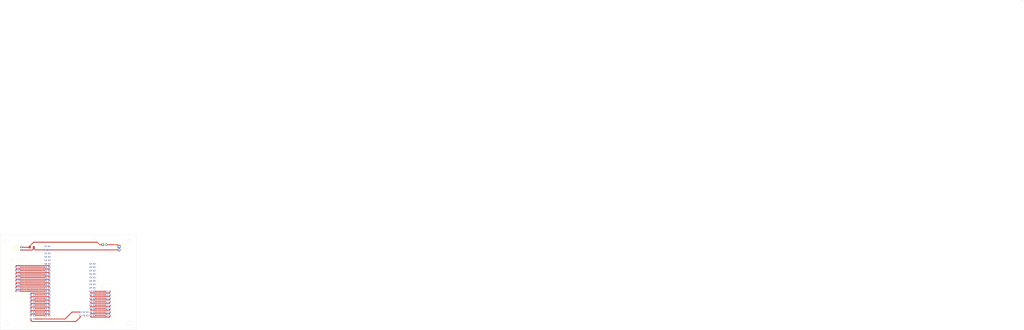
<source format=kicad_pcb>
(kicad_pcb (version 20171130) (host pcbnew "(5.1.5-0-10_14)")

  (general
    (thickness 1.6002)
    (drawings 11)
    (tracks 187)
    (zones 0)
    (modules 8)
    (nets 81)
  )

  (page A3)
  (title_block
    (rev 1)
  )

  (layers
    (0 Front signal)
    (31 Back signal)
    (34 B.Paste user)
    (35 F.Paste user)
    (36 B.SilkS user)
    (37 F.SilkS user)
    (38 B.Mask user)
    (39 F.Mask user)
    (44 Edge.Cuts user)
    (45 Margin user)
    (46 B.CrtYd user)
    (47 F.CrtYd user)
    (49 F.Fab user)
  )

  (setup
    (last_trace_width 0.6)
    (user_trace_width 0.1)
    (user_trace_width 0.2)
    (user_trace_width 0.5)
    (user_trace_width 0.6)
    (user_trace_width 0.8)
    (user_trace_width 1)
    (user_trace_width 1.5)
    (trace_clearance 0.25)
    (zone_clearance 0.508)
    (zone_45_only no)
    (trace_min 0.1)
    (via_size 0.8)
    (via_drill 0.4)
    (via_min_size 0.45)
    (via_min_drill 0.2)
    (user_via 0.45 0.2)
    (user_via 0.8 0.4)
    (uvia_size 0.8)
    (uvia_drill 0.4)
    (uvias_allowed no)
    (uvia_min_size 0)
    (uvia_min_drill 0)
    (edge_width 0.1)
    (segment_width 0.1)
    (pcb_text_width 0.3)
    (pcb_text_size 1.5 1.5)
    (mod_edge_width 0.1)
    (mod_text_size 0.8 0.8)
    (mod_text_width 0.1)
    (pad_size 1.6 1)
    (pad_drill 0.8)
    (pad_to_mask_clearance 0)
    (solder_mask_min_width 0.1)
    (aux_axis_origin 100 100)
    (grid_origin 100 100)
    (visible_elements FFFDFFFF)
    (pcbplotparams
      (layerselection 0x00000_ffffffff)
      (usegerberextensions true)
      (usegerberattributes false)
      (usegerberadvancedattributes false)
      (creategerberjobfile false)
      (excludeedgelayer true)
      (linewidth 0.152400)
      (plotframeref false)
      (viasonmask false)
      (mode 1)
      (useauxorigin false)
      (hpglpennumber 1)
      (hpglpenspeed 20)
      (hpglpendiameter 15.000000)
      (psnegative false)
      (psa4output false)
      (plotreference true)
      (plotvalue true)
      (plotinvisibletext false)
      (padsonsilk false)
      (subtractmaskfromsilk false)
      (outputformat 1)
      (mirror false)
      (drillshape 0)
      (scaleselection 1)
      (outputdirectory "noorigin/"))
  )

  (net 0 "")
  (net 1 +5V)
  (net 2 GND)
  (net 3 "Net-(J6-Pad15)")
  (net 4 "Net-(J6-Pad16)")
  (net 5 "Net-(J6-Pad13)")
  (net 6 "Net-(J6-Pad14)")
  (net 7 "Net-(J6-Pad11)")
  (net 8 "Net-(J6-Pad12)")
  (net 9 "Net-(J6-Pad9)")
  (net 10 "Net-(J6-Pad10)")
  (net 11 "Net-(J6-Pad7)")
  (net 12 "Net-(J6-Pad8)")
  (net 13 "Net-(J6-Pad5)")
  (net 14 "Net-(J6-Pad6)")
  (net 15 "Net-(J6-Pad3)")
  (net 16 "Net-(J6-Pad4)")
  (net 17 "Net-(J6-Pad1)")
  (net 18 "Net-(J6-Pad2)")
  (net 19 "Net-(J7-Pad2)")
  (net 20 "Net-(J7-Pad1)")
  (net 21 "Net-(J7-Pad4)")
  (net 22 "Net-(J7-Pad3)")
  (net 23 "Net-(J7-Pad6)")
  (net 24 "Net-(J7-Pad5)")
  (net 25 "Net-(J7-Pad8)")
  (net 26 "Net-(J7-Pad7)")
  (net 27 "Net-(J7-Pad10)")
  (net 28 "Net-(J7-Pad9)")
  (net 29 "Net-(J7-Pad12)")
  (net 30 "Net-(J7-Pad11)")
  (net 31 "Net-(J7-Pad14)")
  (net 32 "Net-(J7-Pad13)")
  (net 33 "Net-(J7-Pad16)")
  (net 34 "Net-(J7-Pad15)")
  (net 35 "Net-(J8-Pad15)")
  (net 36 "Net-(J8-Pad16)")
  (net 37 "Net-(J8-Pad13)")
  (net 38 "Net-(J8-Pad14)")
  (net 39 "Net-(J8-Pad11)")
  (net 40 "Net-(J8-Pad12)")
  (net 41 "Net-(J8-Pad9)")
  (net 42 "Net-(J8-Pad10)")
  (net 43 "Net-(J8-Pad7)")
  (net 44 "Net-(J8-Pad8)")
  (net 45 "Net-(J8-Pad5)")
  (net 46 "Net-(J8-Pad6)")
  (net 47 "Net-(J8-Pad3)")
  (net 48 "Net-(J8-Pad4)")
  (net 49 "Net-(J8-Pad1)")
  (net 50 "Net-(J8-Pad2)")
  (net 51 "Net-(J9-Pad1)")
  (net 52 "Net-(JP1-Pad1)")
  (net 53 "Net-(U1-PadVIN@2)")
  (net 54 "Net-(U1-PadVCC_5V@2)")
  (net 55 "Net-(U1-PadRST@1)")
  (net 56 "Net-(U1-PadAREF)")
  (net 57 "Net-(U1-PadTX@1)")
  (net 58 "Net-(U1-PadRX@1)")
  (net 59 "Net-(U1-PadA14)")
  (net 60 "Net-(U1-PadA13)")
  (net 61 "Net-(U1-PadA12)")
  (net 62 "Net-(U1-PadA11)")
  (net 63 "Net-(U1-PadA10)")
  (net 64 "Net-(U1-PadA9)")
  (net 65 "Net-(U1-PadA8)")
  (net 66 "Net-(U1-PadA7)")
  (net 67 "Net-(U1-PadA6)")
  (net 68 "Net-(U1-PadA5)")
  (net 69 "Net-(U1-PadA4)")
  (net 70 "Net-(U1-PadA3)")
  (net 71 "Net-(U1-PadA2)")
  (net 72 "Net-(U1-PadA1)")
  (net 73 "Net-(U1-PadA0)")
  (net 74 "Net-(U1-PadD50)")
  (net 75 "Net-(U1-PadD51)")
  (net 76 "Net-(U1-PadVCC_3V@1)")
  (net 77 "Net-(U1-PadVCC_3V@2)")
  (net 78 "Net-(J1-Pad1)")
  (net 79 "Net-(U1-PadD48)")
  (net 80 "Net-(U1-PadD49)")

  (net_class Default "This is the default net class."
    (clearance 0.25)
    (trace_width 0.25)
    (via_dia 0.8)
    (via_drill 0.4)
    (uvia_dia 0.8)
    (uvia_drill 0.4)
    (diff_pair_width 0.25)
    (diff_pair_gap 0.25)
    (add_net "Net-(U1-PadD48)")
    (add_net "Net-(U1-PadD49)")
  )

  (net_class CNC ""
    (clearance 0.4)
    (trace_width 0.25)
    (via_dia 0.8)
    (via_drill 0.4)
    (uvia_dia 0.8)
    (uvia_drill 0.4)
    (diff_pair_width 0.25)
    (diff_pair_gap 0.25)
    (add_net +5V)
    (add_net GND)
    (add_net "Net-(J1-Pad1)")
    (add_net "Net-(J6-Pad1)")
    (add_net "Net-(J6-Pad10)")
    (add_net "Net-(J6-Pad11)")
    (add_net "Net-(J6-Pad12)")
    (add_net "Net-(J6-Pad13)")
    (add_net "Net-(J6-Pad14)")
    (add_net "Net-(J6-Pad15)")
    (add_net "Net-(J6-Pad16)")
    (add_net "Net-(J6-Pad2)")
    (add_net "Net-(J6-Pad3)")
    (add_net "Net-(J6-Pad4)")
    (add_net "Net-(J6-Pad5)")
    (add_net "Net-(J6-Pad6)")
    (add_net "Net-(J6-Pad7)")
    (add_net "Net-(J6-Pad8)")
    (add_net "Net-(J6-Pad9)")
    (add_net "Net-(J7-Pad1)")
    (add_net "Net-(J7-Pad10)")
    (add_net "Net-(J7-Pad11)")
    (add_net "Net-(J7-Pad12)")
    (add_net "Net-(J7-Pad13)")
    (add_net "Net-(J7-Pad14)")
    (add_net "Net-(J7-Pad15)")
    (add_net "Net-(J7-Pad16)")
    (add_net "Net-(J7-Pad2)")
    (add_net "Net-(J7-Pad3)")
    (add_net "Net-(J7-Pad4)")
    (add_net "Net-(J7-Pad5)")
    (add_net "Net-(J7-Pad6)")
    (add_net "Net-(J7-Pad7)")
    (add_net "Net-(J7-Pad8)")
    (add_net "Net-(J7-Pad9)")
    (add_net "Net-(J8-Pad1)")
    (add_net "Net-(J8-Pad10)")
    (add_net "Net-(J8-Pad11)")
    (add_net "Net-(J8-Pad12)")
    (add_net "Net-(J8-Pad13)")
    (add_net "Net-(J8-Pad14)")
    (add_net "Net-(J8-Pad15)")
    (add_net "Net-(J8-Pad16)")
    (add_net "Net-(J8-Pad2)")
    (add_net "Net-(J8-Pad3)")
    (add_net "Net-(J8-Pad4)")
    (add_net "Net-(J8-Pad5)")
    (add_net "Net-(J8-Pad6)")
    (add_net "Net-(J8-Pad7)")
    (add_net "Net-(J8-Pad8)")
    (add_net "Net-(J8-Pad9)")
    (add_net "Net-(J9-Pad1)")
    (add_net "Net-(JP1-Pad1)")
    (add_net "Net-(U1-PadA0)")
    (add_net "Net-(U1-PadA1)")
    (add_net "Net-(U1-PadA10)")
    (add_net "Net-(U1-PadA11)")
    (add_net "Net-(U1-PadA12)")
    (add_net "Net-(U1-PadA13)")
    (add_net "Net-(U1-PadA14)")
    (add_net "Net-(U1-PadA2)")
    (add_net "Net-(U1-PadA3)")
    (add_net "Net-(U1-PadA4)")
    (add_net "Net-(U1-PadA5)")
    (add_net "Net-(U1-PadA6)")
    (add_net "Net-(U1-PadA7)")
    (add_net "Net-(U1-PadA8)")
    (add_net "Net-(U1-PadA9)")
    (add_net "Net-(U1-PadAREF)")
    (add_net "Net-(U1-PadD50)")
    (add_net "Net-(U1-PadD51)")
    (add_net "Net-(U1-PadRST@1)")
    (add_net "Net-(U1-PadRX@1)")
    (add_net "Net-(U1-PadTX@1)")
    (add_net "Net-(U1-PadVCC_3V@1)")
    (add_net "Net-(U1-PadVCC_3V@2)")
    (add_net "Net-(U1-PadVCC_5V@2)")
    (add_net "Net-(U1-PadVIN@2)")
  )

  (net_class Min ""
    (clearance 0.1)
    (trace_width 0.1)
    (via_dia 0.45)
    (via_drill 0.2)
    (uvia_dia 0.45)
    (uvia_drill 0.2)
    (diff_pair_width 0.12)
    (diff_pair_gap 0.12)
  )

  (module Connector_IDC:IDC-Header_2x08_P2.54mm_Vertical (layer Front) (tedit 59DE0341) (tstamp 5EC168C8)
    (at 178 71.67)
    (descr "Through hole straight IDC box header, 2x08, 2.54mm pitch, double rows")
    (tags "Through hole IDC box header THT 2x08 2.54mm double row")
    (path /60269EFA)
    (fp_text reference J8 (at 0.889 -4.445) (layer F.SilkS) hide
      (effects (font (size 1 1) (thickness 0.15)))
    )
    (fp_text value Conn_01x16 (at 1.27 24.384) (layer F.Fab)
      (effects (font (size 1 1) (thickness 0.15)))
    )
    (fp_line (start -3.655 -5.6) (end -1.115 -5.6) (layer F.SilkS) (width 0.12))
    (fp_line (start -3.655 -5.6) (end -3.655 -3.06) (layer F.SilkS) (width 0.12))
    (fp_line (start -3.405 -5.35) (end 5.945 -5.35) (layer F.SilkS) (width 0.12))
    (fp_line (start -3.405 23.13) (end -3.405 -5.35) (layer F.SilkS) (width 0.12))
    (fp_line (start 5.945 23.13) (end -3.405 23.13) (layer F.SilkS) (width 0.12))
    (fp_line (start 5.945 -5.35) (end 5.945 23.13) (layer F.SilkS) (width 0.12))
    (fp_line (start -3.41 -5.35) (end 5.95 -5.35) (layer F.CrtYd) (width 0.05))
    (fp_line (start -3.41 23.13) (end -3.41 -5.35) (layer F.CrtYd) (width 0.05))
    (fp_line (start 5.95 23.13) (end -3.41 23.13) (layer F.CrtYd) (width 0.05))
    (fp_line (start 5.95 -5.35) (end 5.95 23.13) (layer F.CrtYd) (width 0.05))
    (fp_line (start -3.155 22.88) (end -2.605 22.32) (layer F.Fab) (width 0.1))
    (fp_line (start -3.155 -5.1) (end -2.605 -4.56) (layer F.Fab) (width 0.1))
    (fp_line (start 5.695 22.88) (end 5.145 22.32) (layer F.Fab) (width 0.1))
    (fp_line (start 5.695 -5.1) (end 5.145 -4.56) (layer F.Fab) (width 0.1))
    (fp_line (start 5.145 22.32) (end -2.605 22.32) (layer F.Fab) (width 0.1))
    (fp_line (start 5.695 22.88) (end -3.155 22.88) (layer F.Fab) (width 0.1))
    (fp_line (start 5.145 -4.56) (end -2.605 -4.56) (layer F.Fab) (width 0.1))
    (fp_line (start 5.695 -5.1) (end -3.155 -5.1) (layer F.Fab) (width 0.1))
    (fp_line (start -2.605 11.14) (end -3.155 11.14) (layer F.Fab) (width 0.1))
    (fp_line (start -2.605 6.64) (end -3.155 6.64) (layer F.Fab) (width 0.1))
    (fp_line (start -2.605 11.14) (end -2.605 22.32) (layer F.Fab) (width 0.1))
    (fp_line (start -2.605 -4.56) (end -2.605 6.64) (layer F.Fab) (width 0.1))
    (fp_line (start -3.155 -5.1) (end -3.155 22.88) (layer F.Fab) (width 0.1))
    (fp_line (start 5.145 -4.56) (end 5.145 22.32) (layer F.Fab) (width 0.1))
    (fp_line (start 5.695 -5.1) (end 5.695 22.88) (layer F.Fab) (width 0.1))
    (fp_text user %R (at 1.27 8.89) (layer F.Fab)
      (effects (font (size 1 1) (thickness 0.15)))
    )
    (pad 16 thru_hole oval (at 2.54 17.78) (size 1.6 1) (drill 0.8) (layers *.Cu *.Mask)
      (net 36 "Net-(J8-Pad16)"))
    (pad 15 thru_hole oval (at 0 17.78) (size 1.6 1) (drill 0.8) (layers *.Cu *.Mask)
      (net 35 "Net-(J8-Pad15)"))
    (pad 14 thru_hole oval (at 2.54 15.24) (size 1.6 1) (drill 0.8) (layers *.Cu *.Mask)
      (net 38 "Net-(J8-Pad14)"))
    (pad 13 thru_hole oval (at 0 15.24) (size 1.6 1) (drill 0.8) (layers *.Cu *.Mask)
      (net 37 "Net-(J8-Pad13)"))
    (pad 12 thru_hole oval (at 2.54 12.7) (size 1.6 1) (drill 0.8) (layers *.Cu *.Mask)
      (net 40 "Net-(J8-Pad12)"))
    (pad 11 thru_hole oval (at 0 12.7) (size 1.6 1) (drill 0.8) (layers *.Cu *.Mask)
      (net 39 "Net-(J8-Pad11)"))
    (pad 10 thru_hole oval (at 2.54 10.16) (size 1.6 1) (drill 0.8) (layers *.Cu *.Mask)
      (net 42 "Net-(J8-Pad10)"))
    (pad 9 thru_hole oval (at 0 10.16) (size 1.6 1) (drill 0.8) (layers *.Cu *.Mask)
      (net 41 "Net-(J8-Pad9)"))
    (pad 8 thru_hole oval (at 2.54 7.62) (size 1.6 1) (drill 0.8) (layers *.Cu *.Mask)
      (net 44 "Net-(J8-Pad8)"))
    (pad 7 thru_hole oval (at 0 7.62) (size 1.6 1) (drill 0.8) (layers *.Cu *.Mask)
      (net 43 "Net-(J8-Pad7)"))
    (pad 6 thru_hole oval (at 2.54 5.08) (size 1.6 1) (drill 0.8) (layers *.Cu *.Mask)
      (net 46 "Net-(J8-Pad6)"))
    (pad 5 thru_hole oval (at 0 5.08) (size 1.6 1) (drill 0.8) (layers *.Cu *.Mask)
      (net 45 "Net-(J8-Pad5)"))
    (pad 4 thru_hole oval (at 2.54 2.54) (size 1.6 1) (drill 0.8) (layers *.Cu *.Mask)
      (net 48 "Net-(J8-Pad4)"))
    (pad 3 thru_hole oval (at 0 2.54) (size 1.6 1) (drill 0.8) (layers *.Cu *.Mask)
      (net 47 "Net-(J8-Pad3)"))
    (pad 2 thru_hole oval (at 2.54 0) (size 1.6 1) (drill 0.8) (layers *.Cu *.Mask)
      (net 50 "Net-(J8-Pad2)"))
    (pad 1 thru_hole oval (at 0 0) (size 1.6 1) (drill 0.8) (layers *.Cu *.Mask)
      (net 49 "Net-(J8-Pad1)"))
    (model ${KISYS3DMOD}/Connector_IDC.3dshapes/IDC-Header_2x08_P2.54mm_Vertical.wrl
      (at (xyz 0 0 0))
      (scale (xyz 1 1 1))
      (rotate (xyz 0 0 0))
    )
  )

  (module Connector_IDC:IDC-Header_2x08_P2.54mm_Vertical (layer Front) (tedit 5EC15D05) (tstamp 5EC16BE1)
    (at 122.638 74.203)
    (descr "Through hole straight IDC box header, 2x08, 2.54mm pitch, double rows")
    (tags "Through hole IDC box header THT 2x08 2.54mm double row")
    (path /601ABD42)
    (fp_text reference J7 (at 0.889 -4.445) (layer F.SilkS) hide
      (effects (font (size 1 1) (thickness 0.15)))
    )
    (fp_text value Conn_01x16 (at 1.27 24.384) (layer F.Fab)
      (effects (font (size 1 1) (thickness 0.15)))
    )
    (fp_line (start -3.655 -5.6) (end -1.115 -5.6) (layer F.SilkS) (width 0.12))
    (fp_line (start -3.655 -5.6) (end -3.655 -3.06) (layer F.SilkS) (width 0.12))
    (fp_line (start -3.405 -5.35) (end 5.945 -5.35) (layer F.SilkS) (width 0.12))
    (fp_line (start -3.405 23.13) (end -3.405 -5.35) (layer F.SilkS) (width 0.12))
    (fp_line (start 5.945 23.13) (end -3.405 23.13) (layer F.SilkS) (width 0.12))
    (fp_line (start 5.945 -5.35) (end 5.945 23.13) (layer F.SilkS) (width 0.12))
    (fp_line (start -3.41 -5.35) (end 5.95 -5.35) (layer F.CrtYd) (width 0.05))
    (fp_line (start -3.41 23.13) (end -3.41 -5.35) (layer F.CrtYd) (width 0.05))
    (fp_line (start 5.95 23.13) (end -3.41 23.13) (layer F.CrtYd) (width 0.05))
    (fp_line (start 5.95 -5.35) (end 5.95 23.13) (layer F.CrtYd) (width 0.05))
    (fp_line (start -3.155 22.88) (end -2.605 22.32) (layer F.Fab) (width 0.1))
    (fp_line (start -3.155 -5.1) (end -2.605 -4.56) (layer F.Fab) (width 0.1))
    (fp_line (start 5.695 22.88) (end 5.145 22.32) (layer F.Fab) (width 0.1))
    (fp_line (start 5.695 -5.1) (end 5.145 -4.56) (layer F.Fab) (width 0.1))
    (fp_line (start 5.145 22.32) (end -2.605 22.32) (layer F.Fab) (width 0.1))
    (fp_line (start 5.695 22.88) (end -3.155 22.88) (layer F.Fab) (width 0.1))
    (fp_line (start 5.145 -4.56) (end -2.605 -4.56) (layer F.Fab) (width 0.1))
    (fp_line (start 5.695 -5.1) (end -3.155 -5.1) (layer F.Fab) (width 0.1))
    (fp_line (start -2.605 11.14) (end -3.155 11.14) (layer F.Fab) (width 0.1))
    (fp_line (start -2.605 6.64) (end -3.155 6.64) (layer F.Fab) (width 0.1))
    (fp_line (start -2.605 11.14) (end -2.605 22.32) (layer F.Fab) (width 0.1))
    (fp_line (start -2.605 -4.56) (end -2.605 6.64) (layer F.Fab) (width 0.1))
    (fp_line (start -3.155 -5.1) (end -3.155 22.88) (layer F.Fab) (width 0.1))
    (fp_line (start 5.145 -4.56) (end 5.145 22.32) (layer F.Fab) (width 0.1))
    (fp_line (start 5.695 -5.1) (end 5.695 22.88) (layer F.Fab) (width 0.1))
    (fp_text user %R (at 1.27 8.89) (layer F.Fab)
      (effects (font (size 1 1) (thickness 0.15)))
    )
    (pad 16 thru_hole oval (at 2.54 17.78) (size 1.6 1) (drill 0.8) (layers *.Cu *.Mask)
      (net 33 "Net-(J7-Pad16)"))
    (pad 15 thru_hole oval (at 0 17.78) (size 1.6 1) (drill 0.8) (layers *.Cu *.Mask)
      (net 34 "Net-(J7-Pad15)"))
    (pad 14 thru_hole oval (at 2.54 15.24) (size 1.6 1) (drill 0.8) (layers *.Cu *.Mask)
      (net 31 "Net-(J7-Pad14)"))
    (pad 13 thru_hole oval (at 0 15.24) (size 1.6 1) (drill 0.8) (layers *.Cu *.Mask)
      (net 32 "Net-(J7-Pad13)"))
    (pad 12 thru_hole oval (at 2.54 12.7) (size 1.6 1) (drill 0.8) (layers *.Cu *.Mask)
      (net 29 "Net-(J7-Pad12)"))
    (pad 11 thru_hole oval (at 0 12.7) (size 1.6 1) (drill 0.8) (layers *.Cu *.Mask)
      (net 30 "Net-(J7-Pad11)"))
    (pad 10 thru_hole oval (at 2.54 10.16) (size 1.6 1) (drill 0.8) (layers *.Cu *.Mask)
      (net 27 "Net-(J7-Pad10)"))
    (pad 9 thru_hole oval (at 0 10.16) (size 1.6 1) (drill 0.8) (layers *.Cu *.Mask)
      (net 28 "Net-(J7-Pad9)"))
    (pad 8 thru_hole oval (at 2.54 7.62) (size 1.6 1) (drill 0.8) (layers *.Cu *.Mask)
      (net 25 "Net-(J7-Pad8)"))
    (pad 7 thru_hole oval (at 0 7.62) (size 1.6 1) (drill 0.8) (layers *.Cu *.Mask)
      (net 26 "Net-(J7-Pad7)"))
    (pad 6 thru_hole oval (at 2.54 5.08) (size 1.6 1) (drill 0.8) (layers *.Cu *.Mask)
      (net 23 "Net-(J7-Pad6)"))
    (pad 5 thru_hole oval (at 0 5.08) (size 1.6 1) (drill 0.8) (layers *.Cu *.Mask)
      (net 24 "Net-(J7-Pad5)"))
    (pad 4 thru_hole oval (at 2.54 2.54) (size 1.6 1) (drill 0.8) (layers *.Cu *.Mask)
      (net 21 "Net-(J7-Pad4)"))
    (pad 3 thru_hole oval (at 0 2.54) (size 1.6 1) (drill 0.8) (layers *.Cu *.Mask)
      (net 22 "Net-(J7-Pad3)"))
    (pad 2 thru_hole oval (at 2.54 0) (size 1.6 1) (drill 0.8) (layers *.Cu *.Mask)
      (net 19 "Net-(J7-Pad2)"))
    (pad 1 thru_hole oval (at 0 0) (size 1.6 1) (drill 0.8) (layers *.Cu *.Mask)
      (net 20 "Net-(J7-Pad1)"))
    (model ${KISYS3DMOD}/Connector_IDC.3dshapes/IDC-Header_2x08_P2.54mm_Vertical.wrl
      (at (xyz 0 0 0))
      (scale (xyz 1 1 1))
      (rotate (xyz 0 0 0))
    )
  )

  (module Connector_IDC:IDC-Header_2x08_P2.54mm_Vertical (layer Front) (tedit 59DE0341) (tstamp 5EC1686E)
    (at 111.843 53.883)
    (descr "Through hole straight IDC box header, 2x08, 2.54mm pitch, double rows")
    (tags "Through hole IDC box header THT 2x08 2.54mm double row")
    (path /6018894A)
    (fp_text reference J6 (at 0.889 -4.445) (layer F.SilkS) hide
      (effects (font (size 1 1) (thickness 0.15)))
    )
    (fp_text value Conn_01x16 (at 1.27 24.384) (layer F.Fab)
      (effects (font (size 1 1) (thickness 0.15)))
    )
    (fp_line (start -3.655 -5.6) (end -1.115 -5.6) (layer F.SilkS) (width 0.12))
    (fp_line (start -3.655 -5.6) (end -3.655 -3.06) (layer F.SilkS) (width 0.12))
    (fp_line (start -3.405 -5.35) (end 5.945 -5.35) (layer F.SilkS) (width 0.12))
    (fp_line (start -3.405 23.13) (end -3.405 -5.35) (layer F.SilkS) (width 0.12))
    (fp_line (start 5.945 23.13) (end -3.405 23.13) (layer F.SilkS) (width 0.12))
    (fp_line (start 5.945 -5.35) (end 5.945 23.13) (layer F.SilkS) (width 0.12))
    (fp_line (start -3.41 -5.35) (end 5.95 -5.35) (layer F.CrtYd) (width 0.05))
    (fp_line (start -3.41 23.13) (end -3.41 -5.35) (layer F.CrtYd) (width 0.05))
    (fp_line (start 5.95 23.13) (end -3.41 23.13) (layer F.CrtYd) (width 0.05))
    (fp_line (start 5.95 -5.35) (end 5.95 23.13) (layer F.CrtYd) (width 0.05))
    (fp_line (start -3.155 22.88) (end -2.605 22.32) (layer F.Fab) (width 0.1))
    (fp_line (start -3.155 -5.1) (end -2.605 -4.56) (layer F.Fab) (width 0.1))
    (fp_line (start 5.695 22.88) (end 5.145 22.32) (layer F.Fab) (width 0.1))
    (fp_line (start 5.695 -5.1) (end 5.145 -4.56) (layer F.Fab) (width 0.1))
    (fp_line (start 5.145 22.32) (end -2.605 22.32) (layer F.Fab) (width 0.1))
    (fp_line (start 5.695 22.88) (end -3.155 22.88) (layer F.Fab) (width 0.1))
    (fp_line (start 5.145 -4.56) (end -2.605 -4.56) (layer F.Fab) (width 0.1))
    (fp_line (start 5.695 -5.1) (end -3.155 -5.1) (layer F.Fab) (width 0.1))
    (fp_line (start -2.605 11.14) (end -3.155 11.14) (layer F.Fab) (width 0.1))
    (fp_line (start -2.605 6.64) (end -3.155 6.64) (layer F.Fab) (width 0.1))
    (fp_line (start -2.605 11.14) (end -2.605 22.32) (layer F.Fab) (width 0.1))
    (fp_line (start -2.605 -4.56) (end -2.605 6.64) (layer F.Fab) (width 0.1))
    (fp_line (start -3.155 -5.1) (end -3.155 22.88) (layer F.Fab) (width 0.1))
    (fp_line (start 5.145 -4.56) (end 5.145 22.32) (layer F.Fab) (width 0.1))
    (fp_line (start 5.695 -5.1) (end 5.695 22.88) (layer F.Fab) (width 0.1))
    (fp_text user %R (at 1.27 8.89) (layer F.Fab)
      (effects (font (size 1 1) (thickness 0.15)))
    )
    (pad 16 thru_hole oval (at 2.54 17.78) (size 1.6 1) (drill 0.8) (layers *.Cu *.Mask)
      (net 4 "Net-(J6-Pad16)"))
    (pad 15 thru_hole oval (at 0 17.78) (size 1.6 1) (drill 0.8) (layers *.Cu *.Mask)
      (net 3 "Net-(J6-Pad15)"))
    (pad 14 thru_hole oval (at 2.54 15.24) (size 1.6 1) (drill 0.8) (layers *.Cu *.Mask)
      (net 6 "Net-(J6-Pad14)"))
    (pad 13 thru_hole oval (at 0 15.24) (size 1.6 1) (drill 0.8) (layers *.Cu *.Mask)
      (net 5 "Net-(J6-Pad13)"))
    (pad 12 thru_hole oval (at 2.54 12.7) (size 1.6 1) (drill 0.8) (layers *.Cu *.Mask)
      (net 8 "Net-(J6-Pad12)"))
    (pad 11 thru_hole oval (at 0 12.7) (size 1.6 1) (drill 0.8) (layers *.Cu *.Mask)
      (net 7 "Net-(J6-Pad11)"))
    (pad 10 thru_hole oval (at 2.54 10.16) (size 1.6 1) (drill 0.8) (layers *.Cu *.Mask)
      (net 10 "Net-(J6-Pad10)"))
    (pad 9 thru_hole oval (at 0 10.16) (size 1.6 1) (drill 0.8) (layers *.Cu *.Mask)
      (net 9 "Net-(J6-Pad9)"))
    (pad 8 thru_hole oval (at 2.54 7.62) (size 1.6 1) (drill 0.8) (layers *.Cu *.Mask)
      (net 12 "Net-(J6-Pad8)"))
    (pad 7 thru_hole oval (at 0 7.62) (size 1.6 1) (drill 0.8) (layers *.Cu *.Mask)
      (net 11 "Net-(J6-Pad7)"))
    (pad 6 thru_hole oval (at 2.54 5.08) (size 1.6 1) (drill 0.8) (layers *.Cu *.Mask)
      (net 14 "Net-(J6-Pad6)"))
    (pad 5 thru_hole oval (at 0 5.08) (size 1.6 1) (drill 0.8) (layers *.Cu *.Mask)
      (net 13 "Net-(J6-Pad5)"))
    (pad 4 thru_hole oval (at 2.54 2.54) (size 1.6 1) (drill 0.8) (layers *.Cu *.Mask)
      (net 16 "Net-(J6-Pad4)"))
    (pad 3 thru_hole oval (at 0 2.54) (size 1.6 1) (drill 0.8) (layers *.Cu *.Mask)
      (net 15 "Net-(J6-Pad3)"))
    (pad 2 thru_hole oval (at 2.54 0) (size 1.6 1) (drill 0.8) (layers *.Cu *.Mask)
      (net 18 "Net-(J6-Pad2)"))
    (pad 1 thru_hole oval (at 0 0) (size 1.6 1) (drill 0.8) (layers *.Cu *.Mask)
      (net 17 "Net-(J6-Pad1)"))
    (model ${KISYS3DMOD}/Connector_IDC.3dshapes/IDC-Header_2x08_P2.54mm_Vertical.wrl
      (at (xyz 0 0 0))
      (scale (xyz 1 1 1))
      (rotate (xyz 0 0 0))
    )
  )

  (module Mega256Promini_usb:Mega256ProMini_usb (layer Front) (tedit 5EC10676) (tstamp 5EC1F983)
    (at 151.34 64.048)
    (path /5F30F696)
    (fp_text reference U1 (at 17.78 -30.48) (layer F.SilkS)
      (effects (font (size 1 1) (thickness 0.15)))
    )
    (fp_text value MEGA2560PRO-MINI (at 0 30.48) (layer F.Fab)
      (effects (font (size 1 1) (thickness 0.15)))
    )
    (fp_line (start -20.32 -27.94) (end -20.32 27.94) (layer F.SilkS) (width 0.12))
    (fp_line (start -20.32 27.94) (end 20.32 27.94) (layer F.SilkS) (width 0.12))
    (fp_line (start 20.32 27.94) (end 20.32 -27.94) (layer F.SilkS) (width 0.12))
    (fp_line (start 20.32 -27.94) (end -20.32 -27.94) (layer F.SilkS) (width 0.12))
    (pad VIN@1 thru_hole oval (at -17.78 -25.4) (size 1.6 1) (drill 0.8) (layers *.Cu *.Mask)
      (net 51 "Net-(J9-Pad1)"))
    (pad VIN@2 thru_hole oval (at -15.24 -25.4) (size 1.6 1) (drill 0.8) (layers *.Cu *.Mask)
      (net 53 "Net-(U1-PadVIN@2)"))
    (pad GND@1 thru_hole oval (at -17.78 -22.86) (size 1.6 1) (drill 0.8) (layers *.Cu *.Mask)
      (net 2 GND))
    (pad GND@2 thru_hole oval (at -15.24 -22.86) (size 1.6 1) (drill 0.8) (layers *.Cu *.Mask)
      (net 2 GND))
    (pad VCC_5V@1 thru_hole oval (at -17.78 -20.32) (size 1.6 1) (drill 0.8) (layers *.Cu *.Mask)
      (net 52 "Net-(JP1-Pad1)"))
    (pad VCC_5V@2 thru_hole oval (at -15.24 -20.32) (size 1.6 1) (drill 0.8) (layers *.Cu *.Mask)
      (net 54 "Net-(U1-PadVCC_5V@2)"))
    (pad RST@1 thru_hole oval (at -17.78 -15.24) (size 1.6 1) (drill 0.8) (layers *.Cu *.Mask)
      (net 55 "Net-(U1-PadRST@1)"))
    (pad AREF thru_hole oval (at -15.24 -15.24) (size 1.6 1) (drill 0.8) (layers *.Cu *.Mask)
      (net 56 "Net-(U1-PadAREF)"))
    (pad TX@1 thru_hole oval (at -17.78 -12.7) (size 1.6 1) (drill 0.8) (layers *.Cu *.Mask)
      (net 57 "Net-(U1-PadTX@1)"))
    (pad RX@1 thru_hole oval (at -15.24 -12.7) (size 1.6 1) (drill 0.8) (layers *.Cu *.Mask)
      (net 58 "Net-(U1-PadRX@1)"))
    (pad D3 thru_hole oval (at -17.78 -10.16) (size 1.6 1) (drill 0.8) (layers *.Cu *.Mask)
      (net 18 "Net-(J6-Pad2)"))
    (pad D2 thru_hole oval (at -15.24 -10.16) (size 1.6 1) (drill 0.8) (layers *.Cu *.Mask)
      (net 17 "Net-(J6-Pad1)"))
    (pad D5 thru_hole oval (at -17.78 -7.62) (size 1.6 1) (drill 0.8) (layers *.Cu *.Mask)
      (net 16 "Net-(J6-Pad4)"))
    (pad D4 thru_hole oval (at -15.24 -7.62) (size 1.6 1) (drill 0.8) (layers *.Cu *.Mask)
      (net 15 "Net-(J6-Pad3)"))
    (pad D7 thru_hole oval (at -17.78 -5.08) (size 1.6 1) (drill 0.8) (layers *.Cu *.Mask)
      (net 14 "Net-(J6-Pad6)"))
    (pad D6 thru_hole oval (at -15.24 -5.08) (size 1.6 1) (drill 0.8) (layers *.Cu *.Mask)
      (net 13 "Net-(J6-Pad5)"))
    (pad D9 thru_hole oval (at -17.78 -2.54) (size 1.6 1) (drill 0.8) (layers *.Cu *.Mask)
      (net 12 "Net-(J6-Pad8)"))
    (pad D8 thru_hole oval (at -15.24 -2.54) (size 1.6 1) (drill 0.8) (layers *.Cu *.Mask)
      (net 11 "Net-(J6-Pad7)"))
    (pad D11 thru_hole oval (at -17.78 0) (size 1.6 1) (drill 0.8) (layers *.Cu *.Mask)
      (net 10 "Net-(J6-Pad10)"))
    (pad D10 thru_hole oval (at -15.24 0) (size 1.6 1) (drill 0.8) (layers *.Cu *.Mask)
      (net 9 "Net-(J6-Pad9)"))
    (pad D13 thru_hole oval (at -17.78 2.54) (size 1.6 1) (drill 0.8) (layers *.Cu *.Mask)
      (net 8 "Net-(J6-Pad12)"))
    (pad D12 thru_hole oval (at -15.24 2.54) (size 1.6 1) (drill 0.8) (layers *.Cu *.Mask)
      (net 7 "Net-(J6-Pad11)"))
    (pad D15 thru_hole oval (at -17.78 5.08) (size 1.6 1) (drill 0.8) (layers *.Cu *.Mask)
      (net 6 "Net-(J6-Pad14)"))
    (pad D14 thru_hole oval (at -15.24 5.08) (size 1.6 1) (drill 0.8) (layers *.Cu *.Mask)
      (net 5 "Net-(J6-Pad13)"))
    (pad D17 thru_hole oval (at -17.78 7.62) (size 1.6 1) (drill 0.8) (layers *.Cu *.Mask)
      (net 4 "Net-(J6-Pad16)"))
    (pad D16 thru_hole oval (at -15.24 7.62) (size 1.6 1) (drill 0.8) (layers *.Cu *.Mask)
      (net 3 "Net-(J6-Pad15)"))
    (pad D19 thru_hole oval (at -17.78 10.16) (size 1.6 1) (drill 0.8) (layers *.Cu *.Mask)
      (net 19 "Net-(J7-Pad2)"))
    (pad D18 thru_hole oval (at -15.24 10.16) (size 1.6 1) (drill 0.8) (layers *.Cu *.Mask)
      (net 20 "Net-(J7-Pad1)"))
    (pad D21 thru_hole oval (at -17.78 12.7) (size 1.6 1) (drill 0.8) (layers *.Cu *.Mask)
      (net 21 "Net-(J7-Pad4)"))
    (pad D20 thru_hole oval (at -15.24 12.7) (size 1.6 1) (drill 0.8) (layers *.Cu *.Mask)
      (net 22 "Net-(J7-Pad3)"))
    (pad D23 thru_hole oval (at -17.78 15.24) (size 1.6 1) (drill 0.8) (layers *.Cu *.Mask)
      (net 23 "Net-(J7-Pad6)"))
    (pad D22 thru_hole oval (at -15.24 15.24) (size 1.6 1) (drill 0.8) (layers *.Cu *.Mask)
      (net 24 "Net-(J7-Pad5)"))
    (pad D25 thru_hole oval (at -17.78 17.78) (size 1.6 1) (drill 0.8) (layers *.Cu *.Mask)
      (net 25 "Net-(J7-Pad8)"))
    (pad D24 thru_hole oval (at -15.24 17.78) (size 1.6 1) (drill 0.8) (layers *.Cu *.Mask)
      (net 26 "Net-(J7-Pad7)"))
    (pad D27 thru_hole oval (at -17.78 20.32) (size 1.6 1) (drill 0.8) (layers *.Cu *.Mask)
      (net 27 "Net-(J7-Pad10)"))
    (pad D26 thru_hole oval (at -15.24 20.32) (size 1.6 1) (drill 0.8) (layers *.Cu *.Mask)
      (net 28 "Net-(J7-Pad9)"))
    (pad D29 thru_hole oval (at -17.78 22.86) (size 1.6 1) (drill 0.8) (layers *.Cu *.Mask)
      (net 29 "Net-(J7-Pad12)"))
    (pad D28 thru_hole oval (at -15.24 22.86) (size 1.6 1) (drill 0.8) (layers *.Cu *.Mask)
      (net 30 "Net-(J7-Pad11)"))
    (pad D31 thru_hole oval (at -17.78 25.4) (size 1.6 1) (drill 0.8) (layers *.Cu *.Mask)
      (net 31 "Net-(J7-Pad14)"))
    (pad D30 thru_hole oval (at -15.24 25.4) (size 1.6 1) (drill 0.8) (layers *.Cu *.Mask)
      (net 32 "Net-(J7-Pad13)"))
    (pad D47 thru_hole oval (at 15.24 25.4) (size 1.6 1) (drill 0.8) (layers *.Cu *.Mask)
      (net 36 "Net-(J8-Pad16)"))
    (pad D46 thru_hole oval (at 17.78 25.4) (size 1.6 1) (drill 0.8) (layers *.Cu *.Mask)
      (net 35 "Net-(J8-Pad15)"))
    (pad D45 thru_hole oval (at 15.24 22.86) (size 1.6 1) (drill 0.8) (layers *.Cu *.Mask)
      (net 38 "Net-(J8-Pad14)"))
    (pad D44 thru_hole oval (at 17.78 22.86) (size 1.6 1) (drill 0.8) (layers *.Cu *.Mask)
      (net 37 "Net-(J8-Pad13)"))
    (pad D43 thru_hole oval (at 15.24 20.32) (size 1.6 1) (drill 0.8) (layers *.Cu *.Mask)
      (net 40 "Net-(J8-Pad12)"))
    (pad D42 thru_hole oval (at 17.78 20.32) (size 1.6 1) (drill 0.8) (layers *.Cu *.Mask)
      (net 39 "Net-(J8-Pad11)"))
    (pad D41 thru_hole oval (at 15.24 17.78) (size 1.6 1) (drill 0.8) (layers *.Cu *.Mask)
      (net 42 "Net-(J8-Pad10)"))
    (pad D40 thru_hole oval (at 17.78 17.78) (size 1.6 1) (drill 0.8) (layers *.Cu *.Mask)
      (net 41 "Net-(J8-Pad9)"))
    (pad D39 thru_hole oval (at 15.24 15.24) (size 1.6 1) (drill 0.8) (layers *.Cu *.Mask)
      (net 44 "Net-(J8-Pad8)"))
    (pad D38 thru_hole oval (at 17.78 15.24) (size 1.6 1) (drill 0.8) (layers *.Cu *.Mask)
      (net 43 "Net-(J8-Pad7)"))
    (pad D37 thru_hole oval (at 15.24 12.7) (size 1.6 1) (drill 0.8) (layers *.Cu *.Mask)
      (net 46 "Net-(J8-Pad6)"))
    (pad D36 thru_hole oval (at 17.78 12.7) (size 1.6 1) (drill 0.8) (layers *.Cu *.Mask)
      (net 45 "Net-(J8-Pad5)"))
    (pad D35 thru_hole oval (at 15.24 10.16) (size 1.6 1) (drill 0.8) (layers *.Cu *.Mask)
      (net 48 "Net-(J8-Pad4)"))
    (pad D34 thru_hole oval (at 17.78 10.16) (size 1.6 1) (drill 0.8) (layers *.Cu *.Mask)
      (net 47 "Net-(J8-Pad3)"))
    (pad D33 thru_hole oval (at 15.24 7.62) (size 1.6 1) (drill 0.8) (layers *.Cu *.Mask)
      (net 50 "Net-(J8-Pad2)"))
    (pad D32 thru_hole oval (at 17.78 7.62) (size 1.6 1) (drill 0.8) (layers *.Cu *.Mask)
      (net 49 "Net-(J8-Pad1)"))
    (pad A15 thru_hole oval (at 15.24 5.08) (size 1.6 1) (drill 0.8) (layers *.Cu *.Mask))
    (pad A14 thru_hole oval (at 17.78 5.08) (size 1.6 1) (drill 0.8) (layers *.Cu *.Mask)
      (net 59 "Net-(U1-PadA14)"))
    (pad A13 thru_hole oval (at 15.24 2.54) (size 1.6 1) (drill 0.8) (layers *.Cu *.Mask)
      (net 60 "Net-(U1-PadA13)"))
    (pad A12 thru_hole oval (at 17.78 2.54) (size 1.6 1) (drill 0.8) (layers *.Cu *.Mask)
      (net 61 "Net-(U1-PadA12)"))
    (pad A11 thru_hole oval (at 15.24 0) (size 1.6 1) (drill 0.8) (layers *.Cu *.Mask)
      (net 62 "Net-(U1-PadA11)"))
    (pad A10 thru_hole oval (at 17.78 0) (size 1.6 1) (drill 0.8) (layers *.Cu *.Mask)
      (net 63 "Net-(U1-PadA10)"))
    (pad A9 thru_hole oval (at 15.24 -2.54) (size 1.6 1) (drill 0.8) (layers *.Cu *.Mask)
      (net 64 "Net-(U1-PadA9)"))
    (pad A8 thru_hole oval (at 17.78 -2.54) (size 1.6 1) (drill 0.8) (layers *.Cu *.Mask)
      (net 65 "Net-(U1-PadA8)"))
    (pad A7 thru_hole oval (at 15.24 -5.08) (size 1.6 1) (drill 0.8) (layers *.Cu *.Mask)
      (net 66 "Net-(U1-PadA7)"))
    (pad A6 thru_hole oval (at 17.78 -5.08) (size 1.6 1) (drill 0.8) (layers *.Cu *.Mask)
      (net 67 "Net-(U1-PadA6)"))
    (pad A5 thru_hole oval (at 15.24 -7.62) (size 1.6 1) (drill 0.8) (layers *.Cu *.Mask)
      (net 68 "Net-(U1-PadA5)"))
    (pad A4 thru_hole oval (at 17.78 -7.62) (size 1.6 1) (drill 0.8) (layers *.Cu *.Mask)
      (net 69 "Net-(U1-PadA4)"))
    (pad A3 thru_hole oval (at 15.24 -10.16) (size 1.6 1) (drill 0.8) (layers *.Cu *.Mask)
      (net 70 "Net-(U1-PadA3)"))
    (pad A2 thru_hole oval (at 17.78 -10.16) (size 1.6 1) (drill 0.8) (layers *.Cu *.Mask)
      (net 71 "Net-(U1-PadA2)"))
    (pad A1 thru_hole oval (at 15.24 -12.7) (size 1.6 1) (drill 0.8) (layers *.Cu *.Mask)
      (net 72 "Net-(U1-PadA1)"))
    (pad A0 thru_hole oval (at 17.78 -12.7) (size 1.6 1) (drill 0.8) (layers *.Cu *.Mask)
      (net 73 "Net-(U1-PadA0)"))
    (pad D48 thru_hole oval (at 12.7 25.4) (size 1.6 1) (drill 0.8) (layers *.Cu *.Mask)
      (net 79 "Net-(U1-PadD48)"))
    (pad D49 thru_hole oval (at 12.7 22.86) (size 1.6 1) (drill 0.8) (layers *.Cu *.Mask)
      (net 80 "Net-(U1-PadD49)"))
    (pad D50 thru_hole oval (at 10.16 25.4) (size 1.6 1) (drill 0.8) (layers *.Cu *.Mask)
      (net 74 "Net-(U1-PadD50)"))
    (pad D51 thru_hole oval (at 10.16 22.86) (size 1.6 1) (drill 0.8) (layers *.Cu *.Mask)
      (net 75 "Net-(U1-PadD51)"))
    (pad D52 thru_hole oval (at 7.62 25.4) (size 1.6 1) (drill 0.8) (layers *.Cu *.Mask)
      (net 34 "Net-(J7-Pad15)"))
    (pad D53 thru_hole oval (at 7.62 22.86) (size 1.6 1) (drill 0.8) (layers *.Cu *.Mask)
      (net 33 "Net-(J7-Pad16)"))
    (pad VCC_3V@1 thru_hole oval (at -17.78 -17.78) (size 1.6 1) (drill 0.8) (layers *.Cu *.Mask)
      (net 76 "Net-(U1-PadVCC_3V@1)"))
    (pad VCC_3V@2 thru_hole oval (at -15.24 -17.78) (size 1.6 1) (drill 0.8) (layers *.Cu *.Mask)
      (net 77 "Net-(U1-PadVCC_3V@2)"))
  )

  (module Capacitor_SMD:C_1206_3216Metric_Pad1.42x1.75mm_HandSolder (layer Front) (tedit 5B301BBE) (tstamp 5EC053DA)
    (at 123.273 39.278)
    (descr "Capacitor SMD 1206 (3216 Metric), square (rectangular) end terminal, IPC_7351 nominal with elongated pad for handsoldering. (Body size source: http://www.tortai-tech.com/upload/download/2011102023233369053.pdf), generated with kicad-footprint-generator")
    (tags "capacitor handsolder")
    (path /5F4F7403)
    (attr smd)
    (fp_text reference C1 (at 0 -1.82) (layer F.SilkS)
      (effects (font (size 1 1) (thickness 0.15)))
    )
    (fp_text value C (at 0 1.82) (layer F.Fab)
      (effects (font (size 1 1) (thickness 0.15)))
    )
    (fp_line (start -1.6 0.8) (end -1.6 -0.8) (layer F.Fab) (width 0.1))
    (fp_line (start -1.6 -0.8) (end 1.6 -0.8) (layer F.Fab) (width 0.1))
    (fp_line (start 1.6 -0.8) (end 1.6 0.8) (layer F.Fab) (width 0.1))
    (fp_line (start 1.6 0.8) (end -1.6 0.8) (layer F.Fab) (width 0.1))
    (fp_line (start -0.602064 -0.91) (end 0.602064 -0.91) (layer F.SilkS) (width 0.12))
    (fp_line (start -0.602064 0.91) (end 0.602064 0.91) (layer F.SilkS) (width 0.12))
    (fp_line (start -2.45 1.12) (end -2.45 -1.12) (layer F.CrtYd) (width 0.05))
    (fp_line (start -2.45 -1.12) (end 2.45 -1.12) (layer F.CrtYd) (width 0.05))
    (fp_line (start 2.45 -1.12) (end 2.45 1.12) (layer F.CrtYd) (width 0.05))
    (fp_line (start 2.45 1.12) (end -2.45 1.12) (layer F.CrtYd) (width 0.05))
    (fp_text user %R (at 0 0) (layer F.Fab)
      (effects (font (size 0.8 0.8) (thickness 0.12)))
    )
    (pad 1 smd roundrect (at -1.4875 0) (size 1.425 1.75) (layers Front F.Paste F.Mask) (roundrect_rratio 0.175439)
      (net 1 +5V))
    (pad 2 smd roundrect (at 1.4875 0) (size 1.425 1.75) (layers Front F.Paste F.Mask) (roundrect_rratio 0.175439)
      (net 2 GND))
    (model ${KISYS3DMOD}/Capacitor_SMD.3dshapes/C_1206_3216Metric.wrl
      (at (xyz 0 0 0))
      (scale (xyz 1 1 1))
      (rotate (xyz 0 0 0))
    )
  )

  (module TerminalBlock_TE-Connectivity:TerminalBlock_TE_282834-2_1x02_P2.54mm_Horizontal (layer Front) (tedit 5B1EC513) (tstamp 5EC0538C)
    (at 187.408 38.643 270)
    (descr "Terminal Block TE 282834-2, 2 pins, pitch 2.54mm, size 5.54x6.5mm^2, drill diamater 1.1mm, pad diameter 2.1mm, see http://www.te.com/commerce/DocumentDelivery/DDEController?Action=showdoc&DocId=Customer+Drawing%7F282834%7FC1%7Fpdf%7FEnglish%7FENG_CD_282834_C1.pdf, script-generated using https://github.com/pointhi/kicad-footprint-generator/scripts/TerminalBlock_TE-Connectivity")
    (tags "THT Terminal Block TE 282834-2 pitch 2.54mm size 5.54x6.5mm^2 drill 1.1mm pad 2.1mm")
    (path /603C3B29)
    (fp_text reference J1 (at 1.27 -4.37 90) (layer F.SilkS)
      (effects (font (size 1 1) (thickness 0.15)))
    )
    (fp_text value "Power Supply 5V" (at 1.27 4.37 90) (layer F.Fab)
      (effects (font (size 1 1) (thickness 0.15)))
    )
    (fp_text user %R (at 1.27 2 90) (layer F.Fab)
      (effects (font (size 1 1) (thickness 0.15)))
    )
    (fp_line (start 4.54 -3.75) (end -2 -3.75) (layer F.CrtYd) (width 0.05))
    (fp_line (start 4.54 3.75) (end 4.54 -3.75) (layer F.CrtYd) (width 0.05))
    (fp_line (start -2 3.75) (end 4.54 3.75) (layer F.CrtYd) (width 0.05))
    (fp_line (start -2 -3.75) (end -2 3.75) (layer F.CrtYd) (width 0.05))
    (fp_line (start -1.86 3.61) (end -1.46 3.61) (layer F.SilkS) (width 0.12))
    (fp_line (start -1.86 2.97) (end -1.86 3.61) (layer F.SilkS) (width 0.12))
    (fp_line (start 3.241 -0.835) (end 1.706 0.7) (layer F.Fab) (width 0.1))
    (fp_line (start 3.375 -0.7) (end 1.84 0.835) (layer F.Fab) (width 0.1))
    (fp_line (start 0.701 -0.835) (end -0.835 0.7) (layer F.Fab) (width 0.1))
    (fp_line (start 0.835 -0.7) (end -0.701 0.835) (layer F.Fab) (width 0.1))
    (fp_line (start 4.16 -3.37) (end 4.16 3.37) (layer F.SilkS) (width 0.12))
    (fp_line (start -1.62 -3.37) (end -1.62 3.37) (layer F.SilkS) (width 0.12))
    (fp_line (start -1.62 3.37) (end 4.16 3.37) (layer F.SilkS) (width 0.12))
    (fp_line (start -1.62 -3.37) (end 4.16 -3.37) (layer F.SilkS) (width 0.12))
    (fp_line (start -1.62 -2.25) (end 4.16 -2.25) (layer F.SilkS) (width 0.12))
    (fp_line (start -1.5 -2.25) (end 4.04 -2.25) (layer F.Fab) (width 0.1))
    (fp_line (start -1.62 2.85) (end 4.16 2.85) (layer F.SilkS) (width 0.12))
    (fp_line (start -1.5 2.85) (end 4.04 2.85) (layer F.Fab) (width 0.1))
    (fp_line (start -1.5 2.85) (end -1.5 -3.25) (layer F.Fab) (width 0.1))
    (fp_line (start -1.1 3.25) (end -1.5 2.85) (layer F.Fab) (width 0.1))
    (fp_line (start 4.04 3.25) (end -1.1 3.25) (layer F.Fab) (width 0.1))
    (fp_line (start 4.04 -3.25) (end 4.04 3.25) (layer F.Fab) (width 0.1))
    (fp_line (start -1.5 -3.25) (end 4.04 -3.25) (layer F.Fab) (width 0.1))
    (fp_circle (center 2.54 0) (end 3.64 0) (layer F.Fab) (width 0.1))
    (fp_circle (center 0 0) (end 1.1 0) (layer F.Fab) (width 0.1))
    (pad 2 thru_hole circle (at 2.54 0 270) (size 2.1 2.1) (drill 1.1) (layers *.Cu *.Mask)
      (net 2 GND))
    (pad 1 thru_hole rect (at 0 0 270) (size 2.1 2.1) (drill 1.1) (layers *.Cu *.Mask)
      (net 78 "Net-(J1-Pad1)"))
    (model ${KISYS3DMOD}/TerminalBlock_TE-Connectivity.3dshapes/TerminalBlock_TE_282834-2_1x02_P2.54mm_Horizontal.wrl
      (at (xyz 0 0 0))
      (scale (xyz 1 1 1))
      (rotate (xyz 0 0 0))
    )
  )

  (module Connector_JST:JST_PH_S2B-PH-K_1x02_P2.00mm_Horizontal (layer Front) (tedit 5B7745C6) (tstamp 5EC051CD)
    (at 115.653 39.278 270)
    (descr "JST PH series connector, S2B-PH-K (http://www.jst-mfg.com/product/pdf/eng/ePH.pdf), generated with kicad-footprint-generator")
    (tags "connector JST PH top entry")
    (path /60330319)
    (fp_text reference J5 (at 1 -2.55 90) (layer F.SilkS)
      (effects (font (size 1 1) (thickness 0.15)))
    )
    (fp_text value "Power outlet PH-2Pin" (at 1 7.45 90) (layer F.Fab) hide
      (effects (font (size 1 1) (thickness 0.15)))
    )
    (fp_line (start -0.86 0.14) (end -1.14 0.14) (layer F.SilkS) (width 0.12))
    (fp_line (start -1.14 0.14) (end -1.14 -1.46) (layer F.SilkS) (width 0.12))
    (fp_line (start -1.14 -1.46) (end -2.06 -1.46) (layer F.SilkS) (width 0.12))
    (fp_line (start -2.06 -1.46) (end -2.06 6.36) (layer F.SilkS) (width 0.12))
    (fp_line (start -2.06 6.36) (end 4.06 6.36) (layer F.SilkS) (width 0.12))
    (fp_line (start 4.06 6.36) (end 4.06 -1.46) (layer F.SilkS) (width 0.12))
    (fp_line (start 4.06 -1.46) (end 3.14 -1.46) (layer F.SilkS) (width 0.12))
    (fp_line (start 3.14 -1.46) (end 3.14 0.14) (layer F.SilkS) (width 0.12))
    (fp_line (start 3.14 0.14) (end 2.86 0.14) (layer F.SilkS) (width 0.12))
    (fp_line (start 0.5 6.36) (end 0.5 2) (layer F.SilkS) (width 0.12))
    (fp_line (start 0.5 2) (end 1.5 2) (layer F.SilkS) (width 0.12))
    (fp_line (start 1.5 2) (end 1.5 6.36) (layer F.SilkS) (width 0.12))
    (fp_line (start -2.06 0.14) (end -1.14 0.14) (layer F.SilkS) (width 0.12))
    (fp_line (start 4.06 0.14) (end 3.14 0.14) (layer F.SilkS) (width 0.12))
    (fp_line (start -1.3 2.5) (end -1.3 4.1) (layer F.SilkS) (width 0.12))
    (fp_line (start -1.3 4.1) (end -0.3 4.1) (layer F.SilkS) (width 0.12))
    (fp_line (start -0.3 4.1) (end -0.3 2.5) (layer F.SilkS) (width 0.12))
    (fp_line (start -0.3 2.5) (end -1.3 2.5) (layer F.SilkS) (width 0.12))
    (fp_line (start 3.3 2.5) (end 3.3 4.1) (layer F.SilkS) (width 0.12))
    (fp_line (start 3.3 4.1) (end 2.3 4.1) (layer F.SilkS) (width 0.12))
    (fp_line (start 2.3 4.1) (end 2.3 2.5) (layer F.SilkS) (width 0.12))
    (fp_line (start 2.3 2.5) (end 3.3 2.5) (layer F.SilkS) (width 0.12))
    (fp_line (start -0.3 4.1) (end -0.3 6.36) (layer F.SilkS) (width 0.12))
    (fp_line (start -0.8 4.1) (end -0.8 6.36) (layer F.SilkS) (width 0.12))
    (fp_line (start -2.45 -1.85) (end -2.45 6.75) (layer F.CrtYd) (width 0.05))
    (fp_line (start -2.45 6.75) (end 4.45 6.75) (layer F.CrtYd) (width 0.05))
    (fp_line (start 4.45 6.75) (end 4.45 -1.85) (layer F.CrtYd) (width 0.05))
    (fp_line (start 4.45 -1.85) (end -2.45 -1.85) (layer F.CrtYd) (width 0.05))
    (fp_line (start -1.25 0.25) (end -1.25 -1.35) (layer F.Fab) (width 0.1))
    (fp_line (start -1.25 -1.35) (end -1.95 -1.35) (layer F.Fab) (width 0.1))
    (fp_line (start -1.95 -1.35) (end -1.95 6.25) (layer F.Fab) (width 0.1))
    (fp_line (start -1.95 6.25) (end 3.95 6.25) (layer F.Fab) (width 0.1))
    (fp_line (start 3.95 6.25) (end 3.95 -1.35) (layer F.Fab) (width 0.1))
    (fp_line (start 3.95 -1.35) (end 3.25 -1.35) (layer F.Fab) (width 0.1))
    (fp_line (start 3.25 -1.35) (end 3.25 0.25) (layer F.Fab) (width 0.1))
    (fp_line (start 3.25 0.25) (end -1.25 0.25) (layer F.Fab) (width 0.1))
    (fp_line (start -0.86 0.14) (end -0.86 -1.075) (layer F.SilkS) (width 0.12))
    (fp_line (start 0 0.875) (end -0.5 1.375) (layer F.Fab) (width 0.1))
    (fp_line (start -0.5 1.375) (end 0.5 1.375) (layer F.Fab) (width 0.1))
    (fp_line (start 0.5 1.375) (end 0 0.875) (layer F.Fab) (width 0.1))
    (fp_text user %R (at 1 2.5 90) (layer F.Fab)
      (effects (font (size 1 1) (thickness 0.15)))
    )
    (pad 1 thru_hole roundrect (at 0 0 270) (size 1.2 1.75) (drill 0.75) (layers *.Cu *.Mask) (roundrect_rratio 0.208333)
      (net 1 +5V))
    (pad 2 thru_hole oval (at 2 0 270) (size 1.2 1.75) (drill 0.75) (layers *.Cu *.Mask)
      (net 2 GND))
    (model ${KISYS3DMOD}/Connector_JST.3dshapes/JST_PH_S2B-PH-K_1x02_P2.00mm_Horizontal.wrl
      (at (xyz 0 0 0))
      (scale (xyz 1 1 1))
      (rotate (xyz 0 0 0))
    )
  )

  (module Connector_PinHeader_2.54mm:PinHeader_1x02_P2.54mm_Vertical (layer Front) (tedit 59FED5CC) (tstamp 5EC05343)
    (at 175.343 37.373 90)
    (descr "Through hole straight pin header, 1x02, 2.54mm pitch, single row")
    (tags "Through hole pin header THT 1x02 2.54mm single row")
    (path /5F5429EC)
    (fp_text reference JP2 (at 0 -2.33 90) (layer F.SilkS)
      (effects (font (size 1 1) (thickness 0.15)))
    )
    (fp_text value Jumper (at 0 4.87 90) (layer F.Fab)
      (effects (font (size 1 1) (thickness 0.15)))
    )
    (fp_text user %R (at 0 1.27) (layer F.Fab)
      (effects (font (size 1 1) (thickness 0.15)))
    )
    (fp_line (start 1.8 -1.8) (end -1.8 -1.8) (layer F.CrtYd) (width 0.05))
    (fp_line (start 1.8 4.35) (end 1.8 -1.8) (layer F.CrtYd) (width 0.05))
    (fp_line (start -1.8 4.35) (end 1.8 4.35) (layer F.CrtYd) (width 0.05))
    (fp_line (start -1.8 -1.8) (end -1.8 4.35) (layer F.CrtYd) (width 0.05))
    (fp_line (start -1.33 -1.33) (end 0 -1.33) (layer F.SilkS) (width 0.12))
    (fp_line (start -1.33 0) (end -1.33 -1.33) (layer F.SilkS) (width 0.12))
    (fp_line (start -1.33 1.27) (end 1.33 1.27) (layer F.SilkS) (width 0.12))
    (fp_line (start 1.33 1.27) (end 1.33 3.87) (layer F.SilkS) (width 0.12))
    (fp_line (start -1.33 1.27) (end -1.33 3.87) (layer F.SilkS) (width 0.12))
    (fp_line (start -1.33 3.87) (end 1.33 3.87) (layer F.SilkS) (width 0.12))
    (fp_line (start -1.27 -0.635) (end -0.635 -1.27) (layer F.Fab) (width 0.1))
    (fp_line (start -1.27 3.81) (end -1.27 -0.635) (layer F.Fab) (width 0.1))
    (fp_line (start 1.27 3.81) (end -1.27 3.81) (layer F.Fab) (width 0.1))
    (fp_line (start 1.27 -1.27) (end 1.27 3.81) (layer F.Fab) (width 0.1))
    (fp_line (start -0.635 -1.27) (end 1.27 -1.27) (layer F.Fab) (width 0.1))
    (pad 2 thru_hole oval (at 0 2.54 90) (size 1.7 1.7) (drill 1) (layers *.Cu *.Mask)
      (net 78 "Net-(J1-Pad1)"))
    (pad 1 thru_hole rect (at 0 0 90) (size 1.7 1.7) (drill 1) (layers *.Cu *.Mask)
      (net 1 +5V))
    (model ${KISYS3DMOD}/Connector_PinHeader_2.54mm.3dshapes/PinHeader_1x02_P2.54mm_Vertical.wrl
      (at (xyz 0 0 0))
      (scale (xyz 1 1 1))
      (rotate (xyz 0 0 0))
    )
  )

  (gr_circle (center 195 95) (end 196.5 95) (layer Edge.Cuts) (width 0.1))
  (gr_circle (center 105 95) (end 106.5 95) (layer Edge.Cuts) (width 0.1))
  (gr_circle (center 195 35) (end 196.5 35) (layer Edge.Cuts) (width 0.1))
  (gr_circle (center 105 35) (end 106.5 35) (layer Edge.Cuts) (width 0.1) (tstamp 5EC05901))
  (gr_line (start 100 30) (end 100 100) (layer Edge.Cuts) (width 0.1) (tstamp 5EBFDB4C))
  (gr_line (start 200 30) (end 100 30) (layer Edge.Cuts) (width 0.1))
  (gr_line (start 200 100) (end 200 30) (layer Edge.Cuts) (width 0.1))
  (gr_line (start 100 100) (end 200 100) (layer Edge.Cuts) (width 0.1))
  (gr_curve (pts (xy 851.695064 -142.464645) (xy 851.695064 -142.464645) (xy 851.695064 -142.464645) (xy 851.695064 -142.464645)) (layer Edge.Cuts) (width 0.2))
  (gr_curve (pts (xy 850.695064 -142.464645) (xy 850.695064 -142.464645) (xy 849.695064 -142.464645) (xy 849.695064 -142.464645)) (layer Edge.Cuts) (width 0.2))
  (gr_curve (pts (xy 849.695064 -142.464645) (xy 849.695064 -142.464645) (xy 850.695064 -142.464645) (xy 850.695064 -142.464645)) (layer Edge.Cuts) (width 0.2))

  (segment (start 124.6385 35.55) (end 171.27 35.55) (width 0.6) (layer Front) (net 1))
  (segment (start 121.7855 38.403) (end 124.6385 35.55) (width 0.6) (layer Front) (net 1))
  (segment (start 121.7855 39.278) (end 121.7855 38.403) (width 0.6) (layer Front) (net 1))
  (segment (start 173.093 37.373) (end 175.343 37.373) (width 0.6) (layer Front) (net 1))
  (segment (start 171.27 35.55) (end 173.093 37.373) (width 0.6) (layer Front) (net 1))
  (segment (start 121.7855 39.278) (end 115.653 39.278) (width 0.6) (layer Front) (net 1))
  (segment (start 136.105 41.183) (end 136.1 41.188) (width 0.6) (layer Front) (net 2))
  (segment (start 187.408 41.183) (end 136.105 41.183) (width 0.6) (layer Front) (net 2))
  (segment (start 136.1 41.188) (end 133.072 41.188) (width 0.6) (layer Front) (net 2))
  (segment (start 136.1 41.188) (end 133.56 41.188) (width 0.6) (layer Front) (net 2))
  (segment (start 123.6355 41.278) (end 124.7605 40.153) (width 0.6) (layer Front) (net 2))
  (segment (start 115.653 41.278) (end 123.6355 41.278) (width 0.6) (layer Front) (net 2))
  (segment (start 125.7955 41.188) (end 132.16 41.188) (width 0.6) (layer Front) (net 2))
  (segment (start 124.7605 40.153) (end 125.7955 41.188) (width 0.6) (layer Front) (net 2))
  (segment (start 132.16 41.188) (end 133.56 41.188) (width 0.6) (layer Front) (net 2))
  (segment (start 124.7605 39.278) (end 124.7605 40.153) (width 0.6) (layer Front) (net 2))
  (segment (start 111.843 70.563) (end 111.843 71.663) (width 0.6) (layer Front) (net 3))
  (segment (start 111.94301 70.46299) (end 111.843 70.563) (width 0.6) (layer Front) (net 3))
  (segment (start 135.99499 70.46299) (end 111.94301 70.46299) (width 0.6) (layer Front) (net 3))
  (segment (start 136.1 70.568) (end 135.99499 70.46299) (width 0.6) (layer Front) (net 3))
  (segment (start 136.1 71.668) (end 136.1 70.568) (width 0.6) (layer Front) (net 3))
  (segment (start 114.388 71.668) (end 114.383 71.663) (width 0.6) (layer Front) (net 4))
  (segment (start 133.56 71.668) (end 114.388 71.668) (width 0.6) (layer Front) (net 4))
  (segment (start 112.07799 67.78801) (end 135.86001 67.78801) (width 0.6) (layer Front) (net 5))
  (segment (start 111.843 68.023) (end 112.07799 67.78801) (width 0.6) (layer Front) (net 5))
  (segment (start 136.1 68.028) (end 136.1 69.128) (width 0.6) (layer Front) (net 5))
  (segment (start 135.86001 67.78801) (end 136.1 68.028) (width 0.6) (layer Front) (net 5))
  (segment (start 111.843 69.123) (end 111.843 68.023) (width 0.6) (layer Front) (net 5))
  (segment (start 133.555 69.123) (end 133.56 69.128) (width 0.6) (layer Front) (net 6))
  (segment (start 114.383 69.123) (end 133.555 69.123) (width 0.6) (layer Front) (net 6))
  (segment (start 111.843 65.483) (end 111.843 66.583) (width 0.6) (layer Front) (net 7))
  (segment (start 135.99499 65.38299) (end 111.94301 65.38299) (width 0.6) (layer Front) (net 7))
  (segment (start 136.1 65.488) (end 135.99499 65.38299) (width 0.6) (layer Front) (net 7))
  (segment (start 111.94301 65.38299) (end 111.843 65.483) (width 0.6) (layer Front) (net 7))
  (segment (start 136.1 66.588) (end 136.1 65.488) (width 0.6) (layer Front) (net 7))
  (segment (start 114.388 66.588) (end 114.383 66.583) (width 0.6) (layer Front) (net 8))
  (segment (start 133.56 66.588) (end 114.388 66.588) (width 0.6) (layer Front) (net 8))
  (segment (start 111.94301 62.84299) (end 111.843 62.943) (width 0.6) (layer Front) (net 9))
  (segment (start 111.843 62.943) (end 111.843 64.043) (width 0.6) (layer Front) (net 9))
  (segment (start 135.99499 62.84299) (end 111.94301 62.84299) (width 0.6) (layer Front) (net 9))
  (segment (start 136.1 62.948) (end 135.99499 62.84299) (width 0.6) (layer Front) (net 9))
  (segment (start 136.1 64.048) (end 136.1 62.948) (width 0.6) (layer Front) (net 9))
  (segment (start 133.555 64.043) (end 133.56 64.048) (width 0.6) (layer Front) (net 10))
  (segment (start 114.383 64.043) (end 133.555 64.043) (width 0.6) (layer Front) (net 10))
  (segment (start 136.1 60.408) (end 136.1 61.508) (width 0.6) (layer Front) (net 11))
  (segment (start 135.99499 60.30299) (end 136.1 60.408) (width 0.6) (layer Front) (net 11))
  (segment (start 111.94301 60.30299) (end 135.99499 60.30299) (width 0.6) (layer Front) (net 11))
  (segment (start 111.843 60.403) (end 111.94301 60.30299) (width 0.6) (layer Front) (net 11))
  (segment (start 111.843 61.503) (end 111.843 60.403) (width 0.6) (layer Front) (net 11))
  (segment (start 114.388 61.508) (end 114.383 61.503) (width 0.6) (layer Front) (net 12))
  (segment (start 133.56 61.508) (end 114.388 61.508) (width 0.6) (layer Front) (net 12))
  (segment (start 111.843 57.863) (end 111.843 58.963) (width 0.6) (layer Front) (net 13))
  (segment (start 111.94301 57.76299) (end 111.843 57.863) (width 0.6) (layer Front) (net 13))
  (segment (start 135.99499 57.76299) (end 111.94301 57.76299) (width 0.6) (layer Front) (net 13))
  (segment (start 136.1 57.868) (end 135.99499 57.76299) (width 0.6) (layer Front) (net 13))
  (segment (start 136.1 58.968) (end 136.1 57.868) (width 0.6) (layer Front) (net 13))
  (segment (start 133.555 58.963) (end 133.56 58.968) (width 0.6) (layer Front) (net 14))
  (segment (start 114.383 58.963) (end 133.555 58.963) (width 0.6) (layer Front) (net 14))
  (segment (start 135.942 55.17) (end 136.1 55.328) (width 0.6) (layer Front) (net 15))
  (segment (start 111.843 55.323) (end 111.996 55.17) (width 0.6) (layer Front) (net 15))
  (segment (start 136.1 55.328) (end 136.1 56.428) (width 0.6) (layer Front) (net 15))
  (segment (start 111.996 55.17) (end 135.942 55.17) (width 0.6) (layer Front) (net 15))
  (segment (start 111.843 56.423) (end 111.843 55.323) (width 0.6) (layer Front) (net 15))
  (segment (start 133.555 56.423) (end 133.56 56.428) (width 0.6) (layer Front) (net 16))
  (segment (start 114.383 56.423) (end 133.555 56.423) (width 0.6) (layer Front) (net 16))
  (segment (start 111.94301 52.68299) (end 135.99499 52.68299) (width 0.6) (layer Front) (net 17))
  (segment (start 136.1 52.788) (end 136.1 53.888) (width 0.6) (layer Front) (net 17))
  (segment (start 111.843 52.783) (end 111.94301 52.68299) (width 0.6) (layer Front) (net 17))
  (segment (start 135.99499 52.68299) (end 136.1 52.788) (width 0.6) (layer Front) (net 17))
  (segment (start 111.843 53.883) (end 111.843 52.783) (width 0.6) (layer Front) (net 17))
  (segment (start 133.555 53.883) (end 133.56 53.888) (width 0.6) (layer Front) (net 18))
  (segment (start 114.383 53.883) (end 133.555 53.883) (width 0.6) (layer Front) (net 18))
  (segment (start 133.555 74.203) (end 133.56 74.208) (width 0.6) (layer Front) (net 19))
  (segment (start 125.178 74.203) (end 133.555 74.203) (width 0.6) (layer Front) (net 19))
  (segment (start 136.1 73.108) (end 136.1 74.208) (width 0.6) (layer Front) (net 20))
  (segment (start 135.99499 73.00299) (end 136.1 73.108) (width 0.6) (layer Front) (net 20))
  (segment (start 122.73801 73.00299) (end 135.99499 73.00299) (width 0.6) (layer Front) (net 20))
  (segment (start 122.638 73.103) (end 122.73801 73.00299) (width 0.6) (layer Front) (net 20))
  (segment (start 122.638 74.203) (end 122.638 73.103) (width 0.6) (layer Front) (net 20))
  (segment (start 125.183 76.748) (end 125.178 76.743) (width 0.6) (layer Front) (net 21))
  (segment (start 133.56 76.748) (end 125.183 76.748) (width 0.6) (layer Front) (net 21))
  (segment (start 135.992 75.54) (end 136.1 75.648) (width 0.6) (layer Front) (net 22))
  (segment (start 122.74 75.54) (end 135.992 75.54) (width 0.6) (layer Front) (net 22))
  (segment (start 122.638 75.642) (end 122.74 75.54) (width 0.6) (layer Front) (net 22))
  (segment (start 136.1 75.648) (end 136.1 76.748) (width 0.6) (layer Front) (net 22))
  (segment (start 122.638 76.743) (end 122.638 75.642) (width 0.6) (layer Front) (net 22))
  (segment (start 133.555 79.283) (end 133.56 79.288) (width 0.6) (layer Front) (net 23))
  (segment (start 125.178 79.283) (end 133.555 79.283) (width 0.6) (layer Front) (net 23))
  (segment (start 122.73801 78.08299) (end 122.638 78.183) (width 0.6) (layer Front) (net 24))
  (segment (start 122.638 78.183) (end 122.638 79.283) (width 0.6) (layer Front) (net 24))
  (segment (start 135.99499 78.08299) (end 122.73801 78.08299) (width 0.6) (layer Front) (net 24))
  (segment (start 136.1 78.188) (end 135.99499 78.08299) (width 0.6) (layer Front) (net 24))
  (segment (start 136.1 79.288) (end 136.1 78.188) (width 0.6) (layer Front) (net 24))
  (segment (start 125.183 81.828) (end 125.178 81.823) (width 0.6) (layer Front) (net 25))
  (segment (start 133.56 81.828) (end 125.183 81.828) (width 0.6) (layer Front) (net 25))
  (segment (start 122.638 80.723) (end 122.638 81.823) (width 0.6) (layer Front) (net 26))
  (segment (start 135.99499 80.62299) (end 122.73801 80.62299) (width 0.6) (layer Front) (net 26))
  (segment (start 122.73801 80.62299) (end 122.638 80.723) (width 0.6) (layer Front) (net 26))
  (segment (start 136.1 80.728) (end 135.99499 80.62299) (width 0.6) (layer Front) (net 26))
  (segment (start 136.1 81.828) (end 136.1 80.728) (width 0.6) (layer Front) (net 26))
  (segment (start 133.555 84.363) (end 133.56 84.368) (width 0.6) (layer Front) (net 27))
  (segment (start 125.178 84.363) (end 133.555 84.363) (width 0.6) (layer Front) (net 27))
  (segment (start 122.638 83.263) (end 122.638 84.363) (width 0.6) (layer Front) (net 28))
  (segment (start 135.99499 83.16299) (end 122.73801 83.16299) (width 0.6) (layer Front) (net 28))
  (segment (start 122.73801 83.16299) (end 122.638 83.263) (width 0.6) (layer Front) (net 28))
  (segment (start 136.1 83.268) (end 135.99499 83.16299) (width 0.6) (layer Front) (net 28))
  (segment (start 136.1 84.368) (end 136.1 83.268) (width 0.6) (layer Front) (net 28))
  (segment (start 125.183 86.908) (end 125.178 86.903) (width 0.6) (layer Front) (net 29))
  (segment (start 133.56 86.908) (end 125.183 86.908) (width 0.6) (layer Front) (net 29))
  (segment (start 136.1 85.808) (end 136.1 86.908) (width 0.6) (layer Front) (net 30))
  (segment (start 135.99499 85.70299) (end 136.1 85.808) (width 0.6) (layer Front) (net 30))
  (segment (start 122.638 85.803) (end 122.73801 85.70299) (width 0.6) (layer Front) (net 30))
  (segment (start 122.73801 85.70299) (end 135.99499 85.70299) (width 0.6) (layer Front) (net 30))
  (segment (start 122.638 86.903) (end 122.638 85.803) (width 0.6) (layer Front) (net 30))
  (segment (start 133.555 89.443) (end 133.56 89.448) (width 0.6) (layer Front) (net 31))
  (segment (start 125.178 89.443) (end 133.555 89.443) (width 0.6) (layer Front) (net 31))
  (segment (start 122.638 88.343) (end 122.638 89.443) (width 0.6) (layer Front) (net 32))
  (segment (start 135.99499 88.24299) (end 122.73801 88.24299) (width 0.6) (layer Front) (net 32))
  (segment (start 122.73801 88.24299) (end 122.638 88.343) (width 0.6) (layer Front) (net 32))
  (segment (start 136.1 88.348) (end 135.99499 88.24299) (width 0.6) (layer Front) (net 32))
  (segment (start 136.1 89.448) (end 136.1 88.348) (width 0.6) (layer Front) (net 32))
  (segment (start 125.178 91.983) (end 147.767 91.983) (width 0.6) (layer Front) (net 33))
  (segment (start 152.842 86.908) (end 158.96 86.908) (width 0.6) (layer Front) (net 33))
  (segment (start 147.767 91.983) (end 152.842 86.908) (width 0.6) (layer Front) (net 33))
  (segment (start 122.638 93.083) (end 123.385 93.83) (width 0.6) (layer Front) (net 34))
  (segment (start 122.638 91.983) (end 122.638 93.083) (width 0.6) (layer Front) (net 34))
  (segment (start 158.96 90.548) (end 158.96 89.448) (width 0.6) (layer Front) (net 34))
  (segment (start 155.678 93.83) (end 158.96 90.548) (width 0.6) (layer Front) (net 34))
  (segment (start 123.385 93.83) (end 155.678 93.83) (width 0.6) (layer Front) (net 34))
  (segment (start 177.998 89.448) (end 178 89.45) (width 0.6) (layer Front) (net 35))
  (segment (start 169.12 89.448) (end 177.998 89.448) (width 0.6) (layer Front) (net 35))
  (segment (start 166.58 90.548) (end 166.58 89.448) (width 0.6) (layer Front) (net 36))
  (segment (start 166.68201 90.65001) (end 166.58 90.548) (width 0.6) (layer Front) (net 36))
  (segment (start 180.54 90.55) (end 180.43999 90.65001) (width 0.6) (layer Front) (net 36))
  (segment (start 180.43999 90.65001) (end 166.68201 90.65001) (width 0.6) (layer Front) (net 36))
  (segment (start 180.54 89.45) (end 180.54 90.55) (width 0.6) (layer Front) (net 36))
  (segment (start 177.998 86.908) (end 178 86.91) (width 0.6) (layer Front) (net 37))
  (segment (start 169.12 86.908) (end 177.998 86.908) (width 0.6) (layer Front) (net 37))
  (segment (start 166.58 88.008) (end 166.58 86.908) (width 0.6) (layer Front) (net 38))
  (segment (start 166.68201 88.11001) (end 166.58 88.008) (width 0.6) (layer Front) (net 38))
  (segment (start 180.43999 88.11001) (end 166.68201 88.11001) (width 0.6) (layer Front) (net 38))
  (segment (start 180.54 88.01) (end 180.43999 88.11001) (width 0.6) (layer Front) (net 38))
  (segment (start 180.54 86.91) (end 180.54 88.01) (width 0.6) (layer Front) (net 38))
  (segment (start 169.122 84.37) (end 169.12 84.368) (width 0.6) (layer Front) (net 39))
  (segment (start 178 84.37) (end 169.122 84.37) (width 0.6) (layer Front) (net 39))
  (segment (start 166.68201 85.57001) (end 166.58 85.468) (width 0.6) (layer Front) (net 40))
  (segment (start 180.43999 85.57001) (end 166.68201 85.57001) (width 0.6) (layer Front) (net 40))
  (segment (start 180.54 85.47) (end 180.43999 85.57001) (width 0.6) (layer Front) (net 40))
  (segment (start 166.58 85.468) (end 166.58 84.368) (width 0.6) (layer Front) (net 40))
  (segment (start 180.54 84.37) (end 180.54 85.47) (width 0.6) (layer Front) (net 40))
  (segment (start 177.998 81.828) (end 178 81.83) (width 0.6) (layer Front) (net 41))
  (segment (start 169.12 81.828) (end 177.998 81.828) (width 0.6) (layer Front) (net 41))
  (segment (start 166.58 82.928) (end 166.58 81.828) (width 0.6) (layer Front) (net 42))
  (segment (start 166.68201 83.03001) (end 166.58 82.928) (width 0.6) (layer Front) (net 42))
  (segment (start 180.43999 83.03001) (end 166.68201 83.03001) (width 0.6) (layer Front) (net 42))
  (segment (start 180.54 82.93) (end 180.43999 83.03001) (width 0.6) (layer Front) (net 42))
  (segment (start 180.54 81.83) (end 180.54 82.93) (width 0.6) (layer Front) (net 42))
  (segment (start 169.122 79.29) (end 169.12 79.288) (width 0.6) (layer Front) (net 43))
  (segment (start 178 79.29) (end 169.122 79.29) (width 0.6) (layer Front) (net 43))
  (segment (start 180.54 80.39) (end 180.54 79.29) (width 0.6) (layer Front) (net 44))
  (segment (start 180.43999 80.49001) (end 180.54 80.39) (width 0.6) (layer Front) (net 44))
  (segment (start 166.68201 80.49001) (end 180.43999 80.49001) (width 0.6) (layer Front) (net 44))
  (segment (start 166.58 80.388) (end 166.68201 80.49001) (width 0.6) (layer Front) (net 44))
  (segment (start 166.58 79.288) (end 166.58 80.388) (width 0.6) (layer Front) (net 44))
  (segment (start 177.998 76.748) (end 178 76.75) (width 0.6) (layer Front) (net 45))
  (segment (start 169.12 76.748) (end 177.998 76.748) (width 0.6) (layer Front) (net 45))
  (segment (start 180.54 77.85) (end 180.54 76.75) (width 0.6) (layer Front) (net 46))
  (segment (start 180.43999 77.95001) (end 180.54 77.85) (width 0.6) (layer Front) (net 46))
  (segment (start 166.58 77.848) (end 166.68201 77.95001) (width 0.6) (layer Front) (net 46))
  (segment (start 166.68201 77.95001) (end 180.43999 77.95001) (width 0.6) (layer Front) (net 46))
  (segment (start 166.58 76.748) (end 166.58 77.848) (width 0.6) (layer Front) (net 46))
  (segment (start 169.122 74.21) (end 169.12 74.208) (width 0.6) (layer Front) (net 47))
  (segment (start 178 74.21) (end 169.122 74.21) (width 0.6) (layer Front) (net 47))
  (segment (start 180.54 75.31) (end 180.54 74.21) (width 0.6) (layer Front) (net 48))
  (segment (start 180.43999 75.41001) (end 180.54 75.31) (width 0.6) (layer Front) (net 48))
  (segment (start 166.68201 75.41001) (end 180.43999 75.41001) (width 0.6) (layer Front) (net 48))
  (segment (start 166.58 75.308) (end 166.68201 75.41001) (width 0.6) (layer Front) (net 48))
  (segment (start 166.58 74.208) (end 166.58 75.308) (width 0.6) (layer Front) (net 48))
  (segment (start 177.998 71.668) (end 178 71.67) (width 0.6) (layer Front) (net 49))
  (segment (start 169.12 71.668) (end 177.998 71.668) (width 0.6) (layer Front) (net 49))
  (segment (start 180.51999 72.87001) (end 166.68201 72.87001) (width 0.6) (layer Front) (net 50))
  (segment (start 180.54 72.85) (end 180.51999 72.87001) (width 0.6) (layer Front) (net 50))
  (segment (start 166.58 72.768) (end 166.58 71.668) (width 0.6) (layer Front) (net 50))
  (segment (start 166.68201 72.87001) (end 166.58 72.768) (width 0.6) (layer Front) (net 50))
  (segment (start 180.54 71.67) (end 180.54 72.85) (width 0.6) (layer Front) (net 50))
  (segment (start 186.138 37.373) (end 187.408 38.643) (width 0.6) (layer Front) (net 78))
  (segment (start 177.883 37.373) (end 186.138 37.373) (width 0.6) (layer Front) (net 78))

)

</source>
